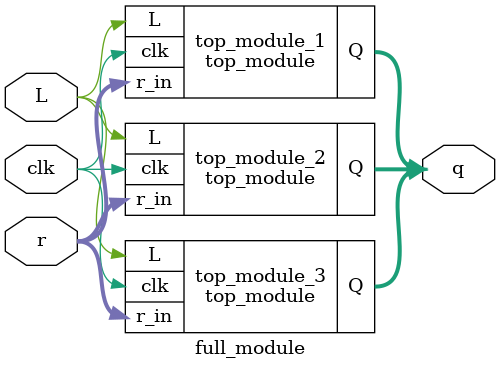
<source format=sv>
module top_module(
    input clk,
    input L,
    input [2:0] r_in,
    output reg [2:0] Q
);

reg [2:0] q;

always @(posedge clk) begin
    if (L) begin
        q <= r_in;
    end else begin
        q <= {q[1] ^ q[2], q[0], q[2]};
    end
    Q <= q;
end

endmodule
module full_module (
    input [2:0] r,
    input L,
    input clk,
    output reg [2:0] q
);

top_module top_module_1 (.clk(clk), .L(L), .r_in(r), .Q(q));
top_module top_module_2 (.clk(clk), .L(L), .r_in(r), .Q(q));
top_module top_module_3 (.clk(clk), .L(L), .r_in(r), .Q(q));

endmodule

</source>
